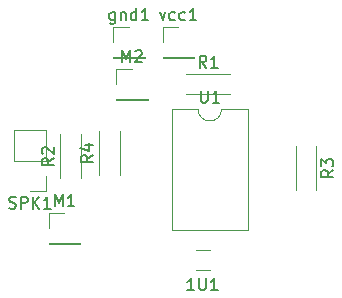
<source format=gbr>
G04 #@! TF.FileFunction,Legend,Top*
%FSLAX46Y46*%
G04 Gerber Fmt 4.6, Leading zero omitted, Abs format (unit mm)*
G04 Created by KiCad (PCBNEW 4.0.5) date 11/10/19 13:48:04*
%MOMM*%
%LPD*%
G01*
G04 APERTURE LIST*
%ADD10C,0.100000*%
%ADD11C,0.120000*%
%ADD12C,0.150000*%
G04 APERTURE END LIST*
D10*
D11*
X154023000Y-117701000D02*
X152849000Y-117701000D01*
X154023000Y-115979000D02*
X152849000Y-115979000D01*
X145863000Y-99755000D02*
X148523000Y-99755000D01*
X145863000Y-99695000D02*
X145863000Y-99755000D01*
X148523000Y-99695000D02*
X148523000Y-99755000D01*
X145863000Y-99695000D02*
X148523000Y-99695000D01*
X145863000Y-98425000D02*
X145863000Y-97095000D01*
X145863000Y-97095000D02*
X147193000Y-97095000D01*
X140402000Y-115503000D02*
X143062000Y-115503000D01*
X140402000Y-115443000D02*
X140402000Y-115503000D01*
X143062000Y-115443000D02*
X143062000Y-115503000D01*
X140402000Y-115443000D02*
X143062000Y-115443000D01*
X140402000Y-114173000D02*
X140402000Y-112843000D01*
X140402000Y-112843000D02*
X141732000Y-112843000D01*
X146117000Y-103311000D02*
X148777000Y-103311000D01*
X146117000Y-103251000D02*
X146117000Y-103311000D01*
X148777000Y-103251000D02*
X148777000Y-103311000D01*
X146117000Y-103251000D02*
X148777000Y-103251000D01*
X146117000Y-101981000D02*
X146117000Y-100651000D01*
X146117000Y-100651000D02*
X147447000Y-100651000D01*
X152064000Y-101121000D02*
X155784000Y-101121000D01*
X152064000Y-102841000D02*
X155784000Y-102841000D01*
X141380000Y-109937000D02*
X141380000Y-106217000D01*
X143100000Y-109937000D02*
X143100000Y-106217000D01*
X163039000Y-107233000D02*
X163039000Y-110953000D01*
X161319000Y-107233000D02*
X161319000Y-110953000D01*
X144682000Y-109683000D02*
X144682000Y-105963000D01*
X146402000Y-109683000D02*
X146402000Y-105963000D01*
X140141000Y-105858000D02*
X137481000Y-105858000D01*
X140141000Y-108458000D02*
X140141000Y-105858000D01*
X137481000Y-108458000D02*
X137481000Y-105858000D01*
X140141000Y-108458000D02*
X137481000Y-108458000D01*
X140141000Y-109728000D02*
X140141000Y-111058000D01*
X140141000Y-111058000D02*
X138811000Y-111058000D01*
X155051000Y-104080000D02*
G75*
G02X153051000Y-104080000I-1000000J0D01*
G01*
X153051000Y-104080000D02*
X150816000Y-104080000D01*
X150816000Y-104080000D02*
X150816000Y-114360000D01*
X150816000Y-114360000D02*
X157286000Y-114360000D01*
X157286000Y-114360000D02*
X157286000Y-104080000D01*
X157286000Y-104080000D02*
X155051000Y-104080000D01*
X150054000Y-99755000D02*
X152714000Y-99755000D01*
X150054000Y-99695000D02*
X150054000Y-99755000D01*
X152714000Y-99695000D02*
X152714000Y-99755000D01*
X150054000Y-99695000D02*
X152714000Y-99695000D01*
X150054000Y-98425000D02*
X150054000Y-97095000D01*
X150054000Y-97095000D02*
X151384000Y-97095000D01*
D12*
X152721715Y-119402381D02*
X152150286Y-119402381D01*
X152436000Y-119402381D02*
X152436000Y-118402381D01*
X152340762Y-118545238D01*
X152245524Y-118640476D01*
X152150286Y-118688095D01*
X153150286Y-118402381D02*
X153150286Y-119211905D01*
X153197905Y-119307143D01*
X153245524Y-119354762D01*
X153340762Y-119402381D01*
X153531239Y-119402381D01*
X153626477Y-119354762D01*
X153674096Y-119307143D01*
X153721715Y-119211905D01*
X153721715Y-118402381D01*
X154721715Y-119402381D02*
X154150286Y-119402381D01*
X154436000Y-119402381D02*
X154436000Y-118402381D01*
X154340762Y-118545238D01*
X154245524Y-118640476D01*
X154150286Y-118688095D01*
X146026334Y-95880714D02*
X146026334Y-96690238D01*
X145978715Y-96785476D01*
X145931096Y-96833095D01*
X145835857Y-96880714D01*
X145693000Y-96880714D01*
X145597762Y-96833095D01*
X146026334Y-96499762D02*
X145931096Y-96547381D01*
X145740619Y-96547381D01*
X145645381Y-96499762D01*
X145597762Y-96452143D01*
X145550143Y-96356905D01*
X145550143Y-96071190D01*
X145597762Y-95975952D01*
X145645381Y-95928333D01*
X145740619Y-95880714D01*
X145931096Y-95880714D01*
X146026334Y-95928333D01*
X146502524Y-95880714D02*
X146502524Y-96547381D01*
X146502524Y-95975952D02*
X146550143Y-95928333D01*
X146645381Y-95880714D01*
X146788239Y-95880714D01*
X146883477Y-95928333D01*
X146931096Y-96023571D01*
X146931096Y-96547381D01*
X147835858Y-96547381D02*
X147835858Y-95547381D01*
X147835858Y-96499762D02*
X147740620Y-96547381D01*
X147550143Y-96547381D01*
X147454905Y-96499762D01*
X147407286Y-96452143D01*
X147359667Y-96356905D01*
X147359667Y-96071190D01*
X147407286Y-95975952D01*
X147454905Y-95928333D01*
X147550143Y-95880714D01*
X147740620Y-95880714D01*
X147835858Y-95928333D01*
X148835858Y-96547381D02*
X148264429Y-96547381D01*
X148550143Y-96547381D02*
X148550143Y-95547381D01*
X148454905Y-95690238D01*
X148359667Y-95785476D01*
X148264429Y-95833095D01*
X140922476Y-112295381D02*
X140922476Y-111295381D01*
X141255810Y-112009667D01*
X141589143Y-111295381D01*
X141589143Y-112295381D01*
X142589143Y-112295381D02*
X142017714Y-112295381D01*
X142303428Y-112295381D02*
X142303428Y-111295381D01*
X142208190Y-111438238D01*
X142112952Y-111533476D01*
X142017714Y-111581095D01*
X146637476Y-100103381D02*
X146637476Y-99103381D01*
X146970810Y-99817667D01*
X147304143Y-99103381D01*
X147304143Y-100103381D01*
X147732714Y-99198619D02*
X147780333Y-99151000D01*
X147875571Y-99103381D01*
X148113667Y-99103381D01*
X148208905Y-99151000D01*
X148256524Y-99198619D01*
X148304143Y-99293857D01*
X148304143Y-99389095D01*
X148256524Y-99531952D01*
X147685095Y-100103381D01*
X148304143Y-100103381D01*
X153757334Y-100573381D02*
X153424000Y-100097190D01*
X153185905Y-100573381D02*
X153185905Y-99573381D01*
X153566858Y-99573381D01*
X153662096Y-99621000D01*
X153709715Y-99668619D01*
X153757334Y-99763857D01*
X153757334Y-99906714D01*
X153709715Y-100001952D01*
X153662096Y-100049571D01*
X153566858Y-100097190D01*
X153185905Y-100097190D01*
X154709715Y-100573381D02*
X154138286Y-100573381D01*
X154424000Y-100573381D02*
X154424000Y-99573381D01*
X154328762Y-99716238D01*
X154233524Y-99811476D01*
X154138286Y-99859095D01*
X140832381Y-108243666D02*
X140356190Y-108577000D01*
X140832381Y-108815095D02*
X139832381Y-108815095D01*
X139832381Y-108434142D01*
X139880000Y-108338904D01*
X139927619Y-108291285D01*
X140022857Y-108243666D01*
X140165714Y-108243666D01*
X140260952Y-108291285D01*
X140308571Y-108338904D01*
X140356190Y-108434142D01*
X140356190Y-108815095D01*
X139927619Y-107862714D02*
X139880000Y-107815095D01*
X139832381Y-107719857D01*
X139832381Y-107481761D01*
X139880000Y-107386523D01*
X139927619Y-107338904D01*
X140022857Y-107291285D01*
X140118095Y-107291285D01*
X140260952Y-107338904D01*
X140832381Y-107910333D01*
X140832381Y-107291285D01*
X164491381Y-109259666D02*
X164015190Y-109593000D01*
X164491381Y-109831095D02*
X163491381Y-109831095D01*
X163491381Y-109450142D01*
X163539000Y-109354904D01*
X163586619Y-109307285D01*
X163681857Y-109259666D01*
X163824714Y-109259666D01*
X163919952Y-109307285D01*
X163967571Y-109354904D01*
X164015190Y-109450142D01*
X164015190Y-109831095D01*
X163491381Y-108926333D02*
X163491381Y-108307285D01*
X163872333Y-108640619D01*
X163872333Y-108497761D01*
X163919952Y-108402523D01*
X163967571Y-108354904D01*
X164062810Y-108307285D01*
X164300905Y-108307285D01*
X164396143Y-108354904D01*
X164443762Y-108402523D01*
X164491381Y-108497761D01*
X164491381Y-108783476D01*
X164443762Y-108878714D01*
X164396143Y-108926333D01*
X144134381Y-107989666D02*
X143658190Y-108323000D01*
X144134381Y-108561095D02*
X143134381Y-108561095D01*
X143134381Y-108180142D01*
X143182000Y-108084904D01*
X143229619Y-108037285D01*
X143324857Y-107989666D01*
X143467714Y-107989666D01*
X143562952Y-108037285D01*
X143610571Y-108084904D01*
X143658190Y-108180142D01*
X143658190Y-108561095D01*
X143467714Y-107132523D02*
X144134381Y-107132523D01*
X143086762Y-107370619D02*
X143801048Y-107608714D01*
X143801048Y-106989666D01*
X137049095Y-112462762D02*
X137191952Y-112510381D01*
X137430048Y-112510381D01*
X137525286Y-112462762D01*
X137572905Y-112415143D01*
X137620524Y-112319905D01*
X137620524Y-112224667D01*
X137572905Y-112129429D01*
X137525286Y-112081810D01*
X137430048Y-112034190D01*
X137239571Y-111986571D01*
X137144333Y-111938952D01*
X137096714Y-111891333D01*
X137049095Y-111796095D01*
X137049095Y-111700857D01*
X137096714Y-111605619D01*
X137144333Y-111558000D01*
X137239571Y-111510381D01*
X137477667Y-111510381D01*
X137620524Y-111558000D01*
X138049095Y-112510381D02*
X138049095Y-111510381D01*
X138430048Y-111510381D01*
X138525286Y-111558000D01*
X138572905Y-111605619D01*
X138620524Y-111700857D01*
X138620524Y-111843714D01*
X138572905Y-111938952D01*
X138525286Y-111986571D01*
X138430048Y-112034190D01*
X138049095Y-112034190D01*
X139049095Y-112510381D02*
X139049095Y-111510381D01*
X139620524Y-112510381D02*
X139191952Y-111938952D01*
X139620524Y-111510381D02*
X139049095Y-112081810D01*
X140572905Y-112510381D02*
X140001476Y-112510381D01*
X140287190Y-112510381D02*
X140287190Y-111510381D01*
X140191952Y-111653238D01*
X140096714Y-111748476D01*
X140001476Y-111796095D01*
X153289095Y-102532381D02*
X153289095Y-103341905D01*
X153336714Y-103437143D01*
X153384333Y-103484762D01*
X153479571Y-103532381D01*
X153670048Y-103532381D01*
X153765286Y-103484762D01*
X153812905Y-103437143D01*
X153860524Y-103341905D01*
X153860524Y-102532381D01*
X154860524Y-103532381D02*
X154289095Y-103532381D01*
X154574809Y-103532381D02*
X154574809Y-102532381D01*
X154479571Y-102675238D01*
X154384333Y-102770476D01*
X154289095Y-102818095D01*
X149812571Y-95880714D02*
X150050666Y-96547381D01*
X150288762Y-95880714D01*
X151098286Y-96499762D02*
X151003048Y-96547381D01*
X150812571Y-96547381D01*
X150717333Y-96499762D01*
X150669714Y-96452143D01*
X150622095Y-96356905D01*
X150622095Y-96071190D01*
X150669714Y-95975952D01*
X150717333Y-95928333D01*
X150812571Y-95880714D01*
X151003048Y-95880714D01*
X151098286Y-95928333D01*
X151955429Y-96499762D02*
X151860191Y-96547381D01*
X151669714Y-96547381D01*
X151574476Y-96499762D01*
X151526857Y-96452143D01*
X151479238Y-96356905D01*
X151479238Y-96071190D01*
X151526857Y-95975952D01*
X151574476Y-95928333D01*
X151669714Y-95880714D01*
X151860191Y-95880714D01*
X151955429Y-95928333D01*
X152907810Y-96547381D02*
X152336381Y-96547381D01*
X152622095Y-96547381D02*
X152622095Y-95547381D01*
X152526857Y-95690238D01*
X152431619Y-95785476D01*
X152336381Y-95833095D01*
M02*

</source>
